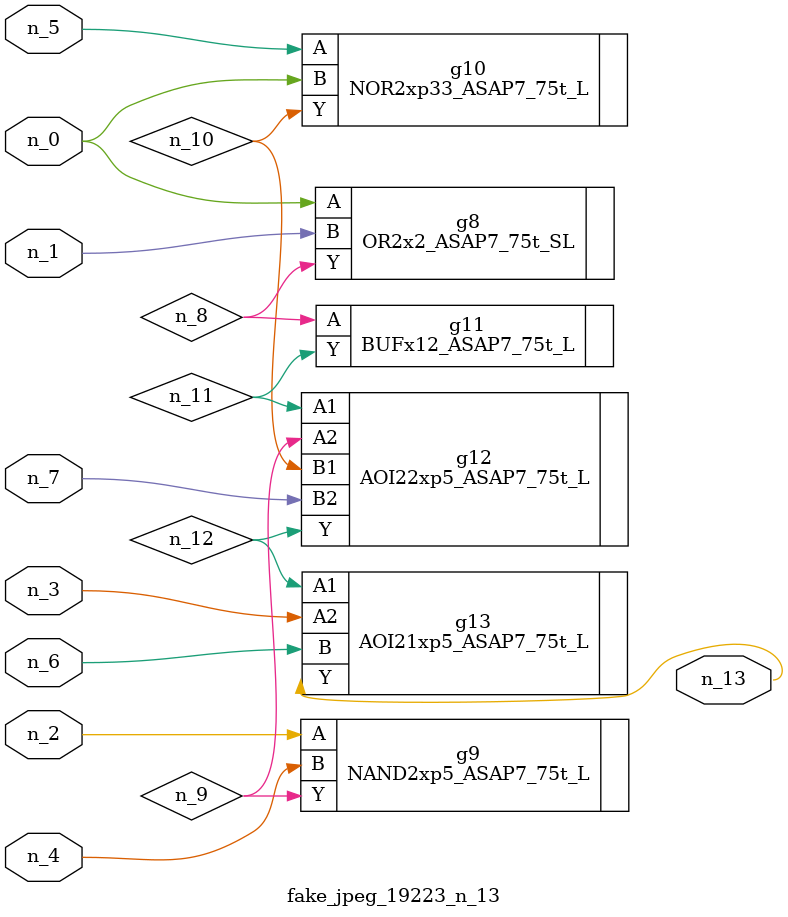
<source format=v>
module fake_jpeg_19223_n_13 (n_3, n_2, n_1, n_0, n_4, n_6, n_5, n_7, n_13);

input n_3;
input n_2;
input n_1;
input n_0;
input n_4;
input n_6;
input n_5;
input n_7;

output n_13;

wire n_11;
wire n_10;
wire n_12;
wire n_8;
wire n_9;

OR2x2_ASAP7_75t_SL g8 ( 
.A(n_0),
.B(n_1),
.Y(n_8)
);

NAND2xp5_ASAP7_75t_L g9 ( 
.A(n_2),
.B(n_4),
.Y(n_9)
);

NOR2xp33_ASAP7_75t_L g10 ( 
.A(n_5),
.B(n_0),
.Y(n_10)
);

BUFx12_ASAP7_75t_L g11 ( 
.A(n_8),
.Y(n_11)
);

AOI22xp5_ASAP7_75t_L g12 ( 
.A1(n_11),
.A2(n_9),
.B1(n_10),
.B2(n_7),
.Y(n_12)
);

AOI21xp5_ASAP7_75t_L g13 ( 
.A1(n_12),
.A2(n_3),
.B(n_6),
.Y(n_13)
);


endmodule
</source>
